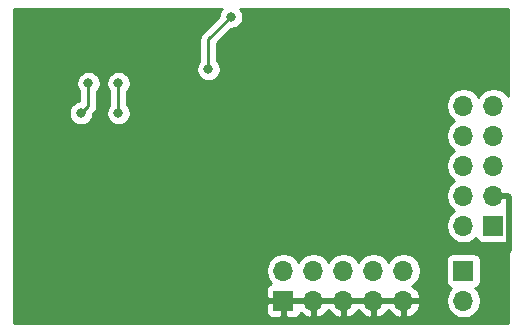
<source format=gbr>
%TF.GenerationSoftware,KiCad,Pcbnew,(5.1.10)-1*%
%TF.CreationDate,2021-11-13T20:11:30+01:00*%
%TF.ProjectId,Muino_debugger,4d75696e-6f5f-4646-9562-75676765722e,rev?*%
%TF.SameCoordinates,Original*%
%TF.FileFunction,Copper,L2,Bot*%
%TF.FilePolarity,Positive*%
%FSLAX46Y46*%
G04 Gerber Fmt 4.6, Leading zero omitted, Abs format (unit mm)*
G04 Created by KiCad (PCBNEW (5.1.10)-1) date 2021-11-13 20:11:30*
%MOMM*%
%LPD*%
G01*
G04 APERTURE LIST*
%TA.AperFunction,ComponentPad*%
%ADD10O,1.700000X1.700000*%
%TD*%
%TA.AperFunction,ComponentPad*%
%ADD11R,1.700000X1.700000*%
%TD*%
%TA.AperFunction,ViaPad*%
%ADD12C,0.800000*%
%TD*%
%TA.AperFunction,Conductor*%
%ADD13C,0.250000*%
%TD*%
%TA.AperFunction,Conductor*%
%ADD14C,0.500000*%
%TD*%
%TA.AperFunction,Conductor*%
%ADD15C,0.254000*%
%TD*%
%TA.AperFunction,Conductor*%
%ADD16C,0.100000*%
%TD*%
G04 APERTURE END LIST*
D10*
%TO.P,J3,2*%
%TO.N,+5VD*%
X125730000Y-86360000D03*
D11*
%TO.P,J3,1*%
%TO.N,Net-(J1-Pad5)*%
X125730000Y-83820000D03*
%TD*%
D10*
%TO.P,J2,10*%
%TO.N,+3V3*%
X120650000Y-83820000D03*
%TO.P,J2,9*%
%TO.N,GND*%
X120650000Y-86360000D03*
%TO.P,J2,8*%
%TO.N,+3V3*%
X118110000Y-83820000D03*
%TO.P,J2,7*%
%TO.N,GND*%
X118110000Y-86360000D03*
%TO.P,J2,6*%
%TO.N,+3V3*%
X115570000Y-83820000D03*
%TO.P,J2,5*%
%TO.N,GND*%
X115570000Y-86360000D03*
%TO.P,J2,4*%
%TO.N,+5VD*%
X113030000Y-83820000D03*
%TO.P,J2,3*%
%TO.N,GND*%
X113030000Y-86360000D03*
%TO.P,J2,2*%
%TO.N,+5VD*%
X110490000Y-83820000D03*
D11*
%TO.P,J2,1*%
%TO.N,GND*%
X110490000Y-86360000D03*
%TD*%
D10*
%TO.P,J1,10*%
%TO.N,nRESET*%
X125730000Y-69850000D03*
%TO.P,J1,9*%
%TO.N,GNDdetect*%
X128270000Y-69850000D03*
%TO.P,J1,8*%
%TO.N,Rx_Programmer*%
X125730000Y-72390000D03*
%TO.P,J1,7*%
%TO.N,Tx_Programmer*%
X128270000Y-72390000D03*
%TO.P,J1,6*%
%TO.N,SWO*%
X125730000Y-74930000D03*
%TO.P,J1,5*%
%TO.N,Net-(J1-Pad5)*%
X128270000Y-74930000D03*
%TO.P,J1,4*%
%TO.N,SWDCLK*%
X125730000Y-77470000D03*
%TO.P,J1,3*%
%TO.N,GND*%
X128270000Y-77470000D03*
%TO.P,J1,2*%
%TO.N,SWDIO*%
X125730000Y-80010000D03*
D11*
%TO.P,J1,1*%
%TO.N,vTref*%
X128270000Y-80010000D03*
%TD*%
D12*
%TO.N,SWDIO*%
X96520000Y-70485000D03*
X96520000Y-67945000D03*
%TO.N,nRESET*%
X106045000Y-62320000D03*
X104140000Y-66760000D03*
%TO.N,GND*%
X112395000Y-75565000D03*
X120487440Y-73375520D03*
X115331240Y-77790040D03*
X104764840Y-74930000D03*
X88198960Y-62865000D03*
X91440000Y-85664040D03*
X99700000Y-86200000D03*
X107700000Y-82080000D03*
%TO.N,SWDCLK*%
X93345000Y-70485000D03*
X93980000Y-67945000D03*
%TD*%
D13*
%TO.N,SWDIO*%
X96520000Y-70485000D02*
X96520000Y-67945000D01*
%TO.N,nRESET*%
X106045000Y-62320000D02*
X104140000Y-64225000D01*
X104140000Y-64225000D02*
X104140000Y-66760000D01*
D14*
%TO.N,GND*%
X129570001Y-77567920D02*
X129570001Y-82029999D01*
X129472081Y-77470000D02*
X129570001Y-77567920D01*
X128270000Y-77470000D02*
X129472081Y-77470000D01*
X129570001Y-82029999D02*
X129400000Y-82200000D01*
D13*
%TO.N,SWDCLK*%
X93980000Y-69850000D02*
X93345000Y-70485000D01*
X93980000Y-67945000D02*
X93980000Y-69850000D01*
%TD*%
D15*
%TO.N,GND*%
X105241063Y-61660226D02*
X105127795Y-61829744D01*
X105049774Y-62018102D01*
X105010000Y-62218061D01*
X105010000Y-62280198D01*
X103629003Y-63661196D01*
X103599999Y-63684999D01*
X103544871Y-63752174D01*
X103505026Y-63800724D01*
X103434455Y-63932753D01*
X103434454Y-63932754D01*
X103390997Y-64076015D01*
X103380000Y-64187668D01*
X103380000Y-64187678D01*
X103376324Y-64225000D01*
X103380000Y-64262323D01*
X103380001Y-66056288D01*
X103336063Y-66100226D01*
X103222795Y-66269744D01*
X103144774Y-66458102D01*
X103105000Y-66658061D01*
X103105000Y-66861939D01*
X103144774Y-67061898D01*
X103222795Y-67250256D01*
X103336063Y-67419774D01*
X103480226Y-67563937D01*
X103649744Y-67677205D01*
X103838102Y-67755226D01*
X104038061Y-67795000D01*
X104241939Y-67795000D01*
X104441898Y-67755226D01*
X104630256Y-67677205D01*
X104799774Y-67563937D01*
X104943937Y-67419774D01*
X105057205Y-67250256D01*
X105135226Y-67061898D01*
X105175000Y-66861939D01*
X105175000Y-66658061D01*
X105135226Y-66458102D01*
X105057205Y-66269744D01*
X104943937Y-66100226D01*
X104900000Y-66056289D01*
X104900000Y-64539801D01*
X106084802Y-63355000D01*
X106146939Y-63355000D01*
X106346898Y-63315226D01*
X106535256Y-63237205D01*
X106704774Y-63123937D01*
X106848937Y-62979774D01*
X106962205Y-62810256D01*
X107040226Y-62621898D01*
X107080000Y-62421939D01*
X107080000Y-62218061D01*
X107040226Y-62018102D01*
X106962205Y-61829744D01*
X106848937Y-61660226D01*
X106833711Y-61645000D01*
X129490613Y-61645000D01*
X129497207Y-69013715D01*
X129423475Y-68903368D01*
X129216632Y-68696525D01*
X128973411Y-68534010D01*
X128703158Y-68422068D01*
X128416260Y-68365000D01*
X128123740Y-68365000D01*
X127836842Y-68422068D01*
X127566589Y-68534010D01*
X127323368Y-68696525D01*
X127116525Y-68903368D01*
X127000000Y-69077760D01*
X126883475Y-68903368D01*
X126676632Y-68696525D01*
X126433411Y-68534010D01*
X126163158Y-68422068D01*
X125876260Y-68365000D01*
X125583740Y-68365000D01*
X125296842Y-68422068D01*
X125026589Y-68534010D01*
X124783368Y-68696525D01*
X124576525Y-68903368D01*
X124414010Y-69146589D01*
X124302068Y-69416842D01*
X124245000Y-69703740D01*
X124245000Y-69996260D01*
X124302068Y-70283158D01*
X124414010Y-70553411D01*
X124576525Y-70796632D01*
X124783368Y-71003475D01*
X124957760Y-71120000D01*
X124783368Y-71236525D01*
X124576525Y-71443368D01*
X124414010Y-71686589D01*
X124302068Y-71956842D01*
X124245000Y-72243740D01*
X124245000Y-72536260D01*
X124302068Y-72823158D01*
X124414010Y-73093411D01*
X124576525Y-73336632D01*
X124783368Y-73543475D01*
X124957760Y-73660000D01*
X124783368Y-73776525D01*
X124576525Y-73983368D01*
X124414010Y-74226589D01*
X124302068Y-74496842D01*
X124245000Y-74783740D01*
X124245000Y-75076260D01*
X124302068Y-75363158D01*
X124414010Y-75633411D01*
X124576525Y-75876632D01*
X124783368Y-76083475D01*
X124957760Y-76200000D01*
X124783368Y-76316525D01*
X124576525Y-76523368D01*
X124414010Y-76766589D01*
X124302068Y-77036842D01*
X124245000Y-77323740D01*
X124245000Y-77616260D01*
X124302068Y-77903158D01*
X124414010Y-78173411D01*
X124576525Y-78416632D01*
X124783368Y-78623475D01*
X124957760Y-78740000D01*
X124783368Y-78856525D01*
X124576525Y-79063368D01*
X124414010Y-79306589D01*
X124302068Y-79576842D01*
X124245000Y-79863740D01*
X124245000Y-80156260D01*
X124302068Y-80443158D01*
X124414010Y-80713411D01*
X124576525Y-80956632D01*
X124783368Y-81163475D01*
X125026589Y-81325990D01*
X125296842Y-81437932D01*
X125583740Y-81495000D01*
X125876260Y-81495000D01*
X126163158Y-81437932D01*
X126433411Y-81325990D01*
X126676632Y-81163475D01*
X126808487Y-81031620D01*
X126830498Y-81104180D01*
X126889463Y-81214494D01*
X126968815Y-81311185D01*
X127065506Y-81390537D01*
X127175820Y-81449502D01*
X127295518Y-81485812D01*
X127420000Y-81498072D01*
X129120000Y-81498072D01*
X129244482Y-81485812D01*
X129364180Y-81449502D01*
X129474494Y-81390537D01*
X129508256Y-81362829D01*
X129514387Y-88215000D01*
X87680000Y-88215000D01*
X87680000Y-87210000D01*
X109001928Y-87210000D01*
X109014188Y-87334482D01*
X109050498Y-87454180D01*
X109109463Y-87564494D01*
X109188815Y-87661185D01*
X109285506Y-87740537D01*
X109395820Y-87799502D01*
X109515518Y-87835812D01*
X109640000Y-87848072D01*
X110204250Y-87845000D01*
X110363000Y-87686250D01*
X110363000Y-86487000D01*
X110617000Y-86487000D01*
X110617000Y-87686250D01*
X110775750Y-87845000D01*
X111340000Y-87848072D01*
X111464482Y-87835812D01*
X111584180Y-87799502D01*
X111694494Y-87740537D01*
X111791185Y-87661185D01*
X111870537Y-87564494D01*
X111929502Y-87454180D01*
X111953966Y-87373534D01*
X112029731Y-87457588D01*
X112263080Y-87631641D01*
X112525901Y-87756825D01*
X112673110Y-87801476D01*
X112903000Y-87680155D01*
X112903000Y-86487000D01*
X113157000Y-86487000D01*
X113157000Y-87680155D01*
X113386890Y-87801476D01*
X113534099Y-87756825D01*
X113796920Y-87631641D01*
X114030269Y-87457588D01*
X114225178Y-87241355D01*
X114300000Y-87115745D01*
X114374822Y-87241355D01*
X114569731Y-87457588D01*
X114803080Y-87631641D01*
X115065901Y-87756825D01*
X115213110Y-87801476D01*
X115443000Y-87680155D01*
X115443000Y-86487000D01*
X115697000Y-86487000D01*
X115697000Y-87680155D01*
X115926890Y-87801476D01*
X116074099Y-87756825D01*
X116336920Y-87631641D01*
X116570269Y-87457588D01*
X116765178Y-87241355D01*
X116840000Y-87115745D01*
X116914822Y-87241355D01*
X117109731Y-87457588D01*
X117343080Y-87631641D01*
X117605901Y-87756825D01*
X117753110Y-87801476D01*
X117983000Y-87680155D01*
X117983000Y-86487000D01*
X118237000Y-86487000D01*
X118237000Y-87680155D01*
X118466890Y-87801476D01*
X118614099Y-87756825D01*
X118876920Y-87631641D01*
X119110269Y-87457588D01*
X119305178Y-87241355D01*
X119380000Y-87115745D01*
X119454822Y-87241355D01*
X119649731Y-87457588D01*
X119883080Y-87631641D01*
X120145901Y-87756825D01*
X120293110Y-87801476D01*
X120523000Y-87680155D01*
X120523000Y-86487000D01*
X120777000Y-86487000D01*
X120777000Y-87680155D01*
X121006890Y-87801476D01*
X121154099Y-87756825D01*
X121416920Y-87631641D01*
X121650269Y-87457588D01*
X121845178Y-87241355D01*
X121994157Y-86991252D01*
X122091481Y-86716891D01*
X121970814Y-86487000D01*
X120777000Y-86487000D01*
X120523000Y-86487000D01*
X118237000Y-86487000D01*
X117983000Y-86487000D01*
X115697000Y-86487000D01*
X115443000Y-86487000D01*
X113157000Y-86487000D01*
X112903000Y-86487000D01*
X110617000Y-86487000D01*
X110363000Y-86487000D01*
X109163750Y-86487000D01*
X109005000Y-86645750D01*
X109001928Y-87210000D01*
X87680000Y-87210000D01*
X87680000Y-85510000D01*
X109001928Y-85510000D01*
X109005000Y-86074250D01*
X109163750Y-86233000D01*
X110363000Y-86233000D01*
X110363000Y-86213000D01*
X110617000Y-86213000D01*
X110617000Y-86233000D01*
X112903000Y-86233000D01*
X112903000Y-86213000D01*
X113157000Y-86213000D01*
X113157000Y-86233000D01*
X115443000Y-86233000D01*
X115443000Y-86213000D01*
X115697000Y-86213000D01*
X115697000Y-86233000D01*
X117983000Y-86233000D01*
X117983000Y-86213000D01*
X118237000Y-86213000D01*
X118237000Y-86233000D01*
X120523000Y-86233000D01*
X120523000Y-86213000D01*
X120777000Y-86213000D01*
X120777000Y-86233000D01*
X121970814Y-86233000D01*
X122091481Y-86003109D01*
X121994157Y-85728748D01*
X121845178Y-85478645D01*
X121650269Y-85262412D01*
X121420594Y-85091100D01*
X121596632Y-84973475D01*
X121803475Y-84766632D01*
X121965990Y-84523411D01*
X122077932Y-84253158D01*
X122135000Y-83966260D01*
X122135000Y-83673740D01*
X122077932Y-83386842D01*
X121965990Y-83116589D01*
X121868043Y-82970000D01*
X124241928Y-82970000D01*
X124241928Y-84670000D01*
X124254188Y-84794482D01*
X124290498Y-84914180D01*
X124349463Y-85024494D01*
X124428815Y-85121185D01*
X124525506Y-85200537D01*
X124635820Y-85259502D01*
X124708380Y-85281513D01*
X124576525Y-85413368D01*
X124414010Y-85656589D01*
X124302068Y-85926842D01*
X124245000Y-86213740D01*
X124245000Y-86506260D01*
X124302068Y-86793158D01*
X124414010Y-87063411D01*
X124576525Y-87306632D01*
X124783368Y-87513475D01*
X125026589Y-87675990D01*
X125296842Y-87787932D01*
X125583740Y-87845000D01*
X125876260Y-87845000D01*
X126163158Y-87787932D01*
X126433411Y-87675990D01*
X126676632Y-87513475D01*
X126883475Y-87306632D01*
X127045990Y-87063411D01*
X127157932Y-86793158D01*
X127215000Y-86506260D01*
X127215000Y-86213740D01*
X127157932Y-85926842D01*
X127045990Y-85656589D01*
X126883475Y-85413368D01*
X126751620Y-85281513D01*
X126824180Y-85259502D01*
X126934494Y-85200537D01*
X127031185Y-85121185D01*
X127110537Y-85024494D01*
X127169502Y-84914180D01*
X127205812Y-84794482D01*
X127218072Y-84670000D01*
X127218072Y-82970000D01*
X127205812Y-82845518D01*
X127169502Y-82725820D01*
X127110537Y-82615506D01*
X127031185Y-82518815D01*
X126934494Y-82439463D01*
X126824180Y-82380498D01*
X126704482Y-82344188D01*
X126580000Y-82331928D01*
X124880000Y-82331928D01*
X124755518Y-82344188D01*
X124635820Y-82380498D01*
X124525506Y-82439463D01*
X124428815Y-82518815D01*
X124349463Y-82615506D01*
X124290498Y-82725820D01*
X124254188Y-82845518D01*
X124241928Y-82970000D01*
X121868043Y-82970000D01*
X121803475Y-82873368D01*
X121596632Y-82666525D01*
X121353411Y-82504010D01*
X121083158Y-82392068D01*
X120796260Y-82335000D01*
X120503740Y-82335000D01*
X120216842Y-82392068D01*
X119946589Y-82504010D01*
X119703368Y-82666525D01*
X119496525Y-82873368D01*
X119380000Y-83047760D01*
X119263475Y-82873368D01*
X119056632Y-82666525D01*
X118813411Y-82504010D01*
X118543158Y-82392068D01*
X118256260Y-82335000D01*
X117963740Y-82335000D01*
X117676842Y-82392068D01*
X117406589Y-82504010D01*
X117163368Y-82666525D01*
X116956525Y-82873368D01*
X116840000Y-83047760D01*
X116723475Y-82873368D01*
X116516632Y-82666525D01*
X116273411Y-82504010D01*
X116003158Y-82392068D01*
X115716260Y-82335000D01*
X115423740Y-82335000D01*
X115136842Y-82392068D01*
X114866589Y-82504010D01*
X114623368Y-82666525D01*
X114416525Y-82873368D01*
X114300000Y-83047760D01*
X114183475Y-82873368D01*
X113976632Y-82666525D01*
X113733411Y-82504010D01*
X113463158Y-82392068D01*
X113176260Y-82335000D01*
X112883740Y-82335000D01*
X112596842Y-82392068D01*
X112326589Y-82504010D01*
X112083368Y-82666525D01*
X111876525Y-82873368D01*
X111760000Y-83047760D01*
X111643475Y-82873368D01*
X111436632Y-82666525D01*
X111193411Y-82504010D01*
X110923158Y-82392068D01*
X110636260Y-82335000D01*
X110343740Y-82335000D01*
X110056842Y-82392068D01*
X109786589Y-82504010D01*
X109543368Y-82666525D01*
X109336525Y-82873368D01*
X109174010Y-83116589D01*
X109062068Y-83386842D01*
X109005000Y-83673740D01*
X109005000Y-83966260D01*
X109062068Y-84253158D01*
X109174010Y-84523411D01*
X109336525Y-84766632D01*
X109468380Y-84898487D01*
X109395820Y-84920498D01*
X109285506Y-84979463D01*
X109188815Y-85058815D01*
X109109463Y-85155506D01*
X109050498Y-85265820D01*
X109014188Y-85385518D01*
X109001928Y-85510000D01*
X87680000Y-85510000D01*
X87680000Y-70383061D01*
X92310000Y-70383061D01*
X92310000Y-70586939D01*
X92349774Y-70786898D01*
X92427795Y-70975256D01*
X92541063Y-71144774D01*
X92685226Y-71288937D01*
X92854744Y-71402205D01*
X93043102Y-71480226D01*
X93243061Y-71520000D01*
X93446939Y-71520000D01*
X93646898Y-71480226D01*
X93835256Y-71402205D01*
X94004774Y-71288937D01*
X94148937Y-71144774D01*
X94262205Y-70975256D01*
X94340226Y-70786898D01*
X94380000Y-70586939D01*
X94380000Y-70524802D01*
X94491002Y-70413800D01*
X94520001Y-70390001D01*
X94614974Y-70274276D01*
X94685546Y-70142247D01*
X94729003Y-69998986D01*
X94740000Y-69887333D01*
X94743677Y-69850000D01*
X94740000Y-69812667D01*
X94740000Y-68648711D01*
X94783937Y-68604774D01*
X94897205Y-68435256D01*
X94975226Y-68246898D01*
X95015000Y-68046939D01*
X95015000Y-67843061D01*
X95485000Y-67843061D01*
X95485000Y-68046939D01*
X95524774Y-68246898D01*
X95602795Y-68435256D01*
X95716063Y-68604774D01*
X95760001Y-68648712D01*
X95760000Y-69781289D01*
X95716063Y-69825226D01*
X95602795Y-69994744D01*
X95524774Y-70183102D01*
X95485000Y-70383061D01*
X95485000Y-70586939D01*
X95524774Y-70786898D01*
X95602795Y-70975256D01*
X95716063Y-71144774D01*
X95860226Y-71288937D01*
X96029744Y-71402205D01*
X96218102Y-71480226D01*
X96418061Y-71520000D01*
X96621939Y-71520000D01*
X96821898Y-71480226D01*
X97010256Y-71402205D01*
X97179774Y-71288937D01*
X97323937Y-71144774D01*
X97437205Y-70975256D01*
X97515226Y-70786898D01*
X97555000Y-70586939D01*
X97555000Y-70383061D01*
X97515226Y-70183102D01*
X97437205Y-69994744D01*
X97323937Y-69825226D01*
X97280000Y-69781289D01*
X97280000Y-68648711D01*
X97323937Y-68604774D01*
X97437205Y-68435256D01*
X97515226Y-68246898D01*
X97555000Y-68046939D01*
X97555000Y-67843061D01*
X97515226Y-67643102D01*
X97437205Y-67454744D01*
X97323937Y-67285226D01*
X97179774Y-67141063D01*
X97010256Y-67027795D01*
X96821898Y-66949774D01*
X96621939Y-66910000D01*
X96418061Y-66910000D01*
X96218102Y-66949774D01*
X96029744Y-67027795D01*
X95860226Y-67141063D01*
X95716063Y-67285226D01*
X95602795Y-67454744D01*
X95524774Y-67643102D01*
X95485000Y-67843061D01*
X95015000Y-67843061D01*
X94975226Y-67643102D01*
X94897205Y-67454744D01*
X94783937Y-67285226D01*
X94639774Y-67141063D01*
X94470256Y-67027795D01*
X94281898Y-66949774D01*
X94081939Y-66910000D01*
X93878061Y-66910000D01*
X93678102Y-66949774D01*
X93489744Y-67027795D01*
X93320226Y-67141063D01*
X93176063Y-67285226D01*
X93062795Y-67454744D01*
X92984774Y-67643102D01*
X92945000Y-67843061D01*
X92945000Y-68046939D01*
X92984774Y-68246898D01*
X93062795Y-68435256D01*
X93176063Y-68604774D01*
X93220000Y-68648711D01*
X93220001Y-69454587D01*
X93043102Y-69489774D01*
X92854744Y-69567795D01*
X92685226Y-69681063D01*
X92541063Y-69825226D01*
X92427795Y-69994744D01*
X92349774Y-70183102D01*
X92310000Y-70383061D01*
X87680000Y-70383061D01*
X87680000Y-61645000D01*
X105256289Y-61645000D01*
X105241063Y-61660226D01*
%TA.AperFunction,Conductor*%
D16*
G36*
X105241063Y-61660226D02*
G01*
X105127795Y-61829744D01*
X105049774Y-62018102D01*
X105010000Y-62218061D01*
X105010000Y-62280198D01*
X103629003Y-63661196D01*
X103599999Y-63684999D01*
X103544871Y-63752174D01*
X103505026Y-63800724D01*
X103434455Y-63932753D01*
X103434454Y-63932754D01*
X103390997Y-64076015D01*
X103380000Y-64187668D01*
X103380000Y-64187678D01*
X103376324Y-64225000D01*
X103380000Y-64262323D01*
X103380001Y-66056288D01*
X103336063Y-66100226D01*
X103222795Y-66269744D01*
X103144774Y-66458102D01*
X103105000Y-66658061D01*
X103105000Y-66861939D01*
X103144774Y-67061898D01*
X103222795Y-67250256D01*
X103336063Y-67419774D01*
X103480226Y-67563937D01*
X103649744Y-67677205D01*
X103838102Y-67755226D01*
X104038061Y-67795000D01*
X104241939Y-67795000D01*
X104441898Y-67755226D01*
X104630256Y-67677205D01*
X104799774Y-67563937D01*
X104943937Y-67419774D01*
X105057205Y-67250256D01*
X105135226Y-67061898D01*
X105175000Y-66861939D01*
X105175000Y-66658061D01*
X105135226Y-66458102D01*
X105057205Y-66269744D01*
X104943937Y-66100226D01*
X104900000Y-66056289D01*
X104900000Y-64539801D01*
X106084802Y-63355000D01*
X106146939Y-63355000D01*
X106346898Y-63315226D01*
X106535256Y-63237205D01*
X106704774Y-63123937D01*
X106848937Y-62979774D01*
X106962205Y-62810256D01*
X107040226Y-62621898D01*
X107080000Y-62421939D01*
X107080000Y-62218061D01*
X107040226Y-62018102D01*
X106962205Y-61829744D01*
X106848937Y-61660226D01*
X106833711Y-61645000D01*
X129490613Y-61645000D01*
X129497207Y-69013715D01*
X129423475Y-68903368D01*
X129216632Y-68696525D01*
X128973411Y-68534010D01*
X128703158Y-68422068D01*
X128416260Y-68365000D01*
X128123740Y-68365000D01*
X127836842Y-68422068D01*
X127566589Y-68534010D01*
X127323368Y-68696525D01*
X127116525Y-68903368D01*
X127000000Y-69077760D01*
X126883475Y-68903368D01*
X126676632Y-68696525D01*
X126433411Y-68534010D01*
X126163158Y-68422068D01*
X125876260Y-68365000D01*
X125583740Y-68365000D01*
X125296842Y-68422068D01*
X125026589Y-68534010D01*
X124783368Y-68696525D01*
X124576525Y-68903368D01*
X124414010Y-69146589D01*
X124302068Y-69416842D01*
X124245000Y-69703740D01*
X124245000Y-69996260D01*
X124302068Y-70283158D01*
X124414010Y-70553411D01*
X124576525Y-70796632D01*
X124783368Y-71003475D01*
X124957760Y-71120000D01*
X124783368Y-71236525D01*
X124576525Y-71443368D01*
X124414010Y-71686589D01*
X124302068Y-71956842D01*
X124245000Y-72243740D01*
X124245000Y-72536260D01*
X124302068Y-72823158D01*
X124414010Y-73093411D01*
X124576525Y-73336632D01*
X124783368Y-73543475D01*
X124957760Y-73660000D01*
X124783368Y-73776525D01*
X124576525Y-73983368D01*
X124414010Y-74226589D01*
X124302068Y-74496842D01*
X124245000Y-74783740D01*
X124245000Y-75076260D01*
X124302068Y-75363158D01*
X124414010Y-75633411D01*
X124576525Y-75876632D01*
X124783368Y-76083475D01*
X124957760Y-76200000D01*
X124783368Y-76316525D01*
X124576525Y-76523368D01*
X124414010Y-76766589D01*
X124302068Y-77036842D01*
X124245000Y-77323740D01*
X124245000Y-77616260D01*
X124302068Y-77903158D01*
X124414010Y-78173411D01*
X124576525Y-78416632D01*
X124783368Y-78623475D01*
X124957760Y-78740000D01*
X124783368Y-78856525D01*
X124576525Y-79063368D01*
X124414010Y-79306589D01*
X124302068Y-79576842D01*
X124245000Y-79863740D01*
X124245000Y-80156260D01*
X124302068Y-80443158D01*
X124414010Y-80713411D01*
X124576525Y-80956632D01*
X124783368Y-81163475D01*
X125026589Y-81325990D01*
X125296842Y-81437932D01*
X125583740Y-81495000D01*
X125876260Y-81495000D01*
X126163158Y-81437932D01*
X126433411Y-81325990D01*
X126676632Y-81163475D01*
X126808487Y-81031620D01*
X126830498Y-81104180D01*
X126889463Y-81214494D01*
X126968815Y-81311185D01*
X127065506Y-81390537D01*
X127175820Y-81449502D01*
X127295518Y-81485812D01*
X127420000Y-81498072D01*
X129120000Y-81498072D01*
X129244482Y-81485812D01*
X129364180Y-81449502D01*
X129474494Y-81390537D01*
X129508256Y-81362829D01*
X129514387Y-88215000D01*
X87680000Y-88215000D01*
X87680000Y-87210000D01*
X109001928Y-87210000D01*
X109014188Y-87334482D01*
X109050498Y-87454180D01*
X109109463Y-87564494D01*
X109188815Y-87661185D01*
X109285506Y-87740537D01*
X109395820Y-87799502D01*
X109515518Y-87835812D01*
X109640000Y-87848072D01*
X110204250Y-87845000D01*
X110363000Y-87686250D01*
X110363000Y-86487000D01*
X110617000Y-86487000D01*
X110617000Y-87686250D01*
X110775750Y-87845000D01*
X111340000Y-87848072D01*
X111464482Y-87835812D01*
X111584180Y-87799502D01*
X111694494Y-87740537D01*
X111791185Y-87661185D01*
X111870537Y-87564494D01*
X111929502Y-87454180D01*
X111953966Y-87373534D01*
X112029731Y-87457588D01*
X112263080Y-87631641D01*
X112525901Y-87756825D01*
X112673110Y-87801476D01*
X112903000Y-87680155D01*
X112903000Y-86487000D01*
X113157000Y-86487000D01*
X113157000Y-87680155D01*
X113386890Y-87801476D01*
X113534099Y-87756825D01*
X113796920Y-87631641D01*
X114030269Y-87457588D01*
X114225178Y-87241355D01*
X114300000Y-87115745D01*
X114374822Y-87241355D01*
X114569731Y-87457588D01*
X114803080Y-87631641D01*
X115065901Y-87756825D01*
X115213110Y-87801476D01*
X115443000Y-87680155D01*
X115443000Y-86487000D01*
X115697000Y-86487000D01*
X115697000Y-87680155D01*
X115926890Y-87801476D01*
X116074099Y-87756825D01*
X116336920Y-87631641D01*
X116570269Y-87457588D01*
X116765178Y-87241355D01*
X116840000Y-87115745D01*
X116914822Y-87241355D01*
X117109731Y-87457588D01*
X117343080Y-87631641D01*
X117605901Y-87756825D01*
X117753110Y-87801476D01*
X117983000Y-87680155D01*
X117983000Y-86487000D01*
X118237000Y-86487000D01*
X118237000Y-87680155D01*
X118466890Y-87801476D01*
X118614099Y-87756825D01*
X118876920Y-87631641D01*
X119110269Y-87457588D01*
X119305178Y-87241355D01*
X119380000Y-87115745D01*
X119454822Y-87241355D01*
X119649731Y-87457588D01*
X119883080Y-87631641D01*
X120145901Y-87756825D01*
X120293110Y-87801476D01*
X120523000Y-87680155D01*
X120523000Y-86487000D01*
X120777000Y-86487000D01*
X120777000Y-87680155D01*
X121006890Y-87801476D01*
X121154099Y-87756825D01*
X121416920Y-87631641D01*
X121650269Y-87457588D01*
X121845178Y-87241355D01*
X121994157Y-86991252D01*
X122091481Y-86716891D01*
X121970814Y-86487000D01*
X120777000Y-86487000D01*
X120523000Y-86487000D01*
X118237000Y-86487000D01*
X117983000Y-86487000D01*
X115697000Y-86487000D01*
X115443000Y-86487000D01*
X113157000Y-86487000D01*
X112903000Y-86487000D01*
X110617000Y-86487000D01*
X110363000Y-86487000D01*
X109163750Y-86487000D01*
X109005000Y-86645750D01*
X109001928Y-87210000D01*
X87680000Y-87210000D01*
X87680000Y-85510000D01*
X109001928Y-85510000D01*
X109005000Y-86074250D01*
X109163750Y-86233000D01*
X110363000Y-86233000D01*
X110363000Y-86213000D01*
X110617000Y-86213000D01*
X110617000Y-86233000D01*
X112903000Y-86233000D01*
X112903000Y-86213000D01*
X113157000Y-86213000D01*
X113157000Y-86233000D01*
X115443000Y-86233000D01*
X115443000Y-86213000D01*
X115697000Y-86213000D01*
X115697000Y-86233000D01*
X117983000Y-86233000D01*
X117983000Y-86213000D01*
X118237000Y-86213000D01*
X118237000Y-86233000D01*
X120523000Y-86233000D01*
X120523000Y-86213000D01*
X120777000Y-86213000D01*
X120777000Y-86233000D01*
X121970814Y-86233000D01*
X122091481Y-86003109D01*
X121994157Y-85728748D01*
X121845178Y-85478645D01*
X121650269Y-85262412D01*
X121420594Y-85091100D01*
X121596632Y-84973475D01*
X121803475Y-84766632D01*
X121965990Y-84523411D01*
X122077932Y-84253158D01*
X122135000Y-83966260D01*
X122135000Y-83673740D01*
X122077932Y-83386842D01*
X121965990Y-83116589D01*
X121868043Y-82970000D01*
X124241928Y-82970000D01*
X124241928Y-84670000D01*
X124254188Y-84794482D01*
X124290498Y-84914180D01*
X124349463Y-85024494D01*
X124428815Y-85121185D01*
X124525506Y-85200537D01*
X124635820Y-85259502D01*
X124708380Y-85281513D01*
X124576525Y-85413368D01*
X124414010Y-85656589D01*
X124302068Y-85926842D01*
X124245000Y-86213740D01*
X124245000Y-86506260D01*
X124302068Y-86793158D01*
X124414010Y-87063411D01*
X124576525Y-87306632D01*
X124783368Y-87513475D01*
X125026589Y-87675990D01*
X125296842Y-87787932D01*
X125583740Y-87845000D01*
X125876260Y-87845000D01*
X126163158Y-87787932D01*
X126433411Y-87675990D01*
X126676632Y-87513475D01*
X126883475Y-87306632D01*
X127045990Y-87063411D01*
X127157932Y-86793158D01*
X127215000Y-86506260D01*
X127215000Y-86213740D01*
X127157932Y-85926842D01*
X127045990Y-85656589D01*
X126883475Y-85413368D01*
X126751620Y-85281513D01*
X126824180Y-85259502D01*
X126934494Y-85200537D01*
X127031185Y-85121185D01*
X127110537Y-85024494D01*
X127169502Y-84914180D01*
X127205812Y-84794482D01*
X127218072Y-84670000D01*
X127218072Y-82970000D01*
X127205812Y-82845518D01*
X127169502Y-82725820D01*
X127110537Y-82615506D01*
X127031185Y-82518815D01*
X126934494Y-82439463D01*
X126824180Y-82380498D01*
X126704482Y-82344188D01*
X126580000Y-82331928D01*
X124880000Y-82331928D01*
X124755518Y-82344188D01*
X124635820Y-82380498D01*
X124525506Y-82439463D01*
X124428815Y-82518815D01*
X124349463Y-82615506D01*
X124290498Y-82725820D01*
X124254188Y-82845518D01*
X124241928Y-82970000D01*
X121868043Y-82970000D01*
X121803475Y-82873368D01*
X121596632Y-82666525D01*
X121353411Y-82504010D01*
X121083158Y-82392068D01*
X120796260Y-82335000D01*
X120503740Y-82335000D01*
X120216842Y-82392068D01*
X119946589Y-82504010D01*
X119703368Y-82666525D01*
X119496525Y-82873368D01*
X119380000Y-83047760D01*
X119263475Y-82873368D01*
X119056632Y-82666525D01*
X118813411Y-82504010D01*
X118543158Y-82392068D01*
X118256260Y-82335000D01*
X117963740Y-82335000D01*
X117676842Y-82392068D01*
X117406589Y-82504010D01*
X117163368Y-82666525D01*
X116956525Y-82873368D01*
X116840000Y-83047760D01*
X116723475Y-82873368D01*
X116516632Y-82666525D01*
X116273411Y-82504010D01*
X116003158Y-82392068D01*
X115716260Y-82335000D01*
X115423740Y-82335000D01*
X115136842Y-82392068D01*
X114866589Y-82504010D01*
X114623368Y-82666525D01*
X114416525Y-82873368D01*
X114300000Y-83047760D01*
X114183475Y-82873368D01*
X113976632Y-82666525D01*
X113733411Y-82504010D01*
X113463158Y-82392068D01*
X113176260Y-82335000D01*
X112883740Y-82335000D01*
X112596842Y-82392068D01*
X112326589Y-82504010D01*
X112083368Y-82666525D01*
X111876525Y-82873368D01*
X111760000Y-83047760D01*
X111643475Y-82873368D01*
X111436632Y-82666525D01*
X111193411Y-82504010D01*
X110923158Y-82392068D01*
X110636260Y-82335000D01*
X110343740Y-82335000D01*
X110056842Y-82392068D01*
X109786589Y-82504010D01*
X109543368Y-82666525D01*
X109336525Y-82873368D01*
X109174010Y-83116589D01*
X109062068Y-83386842D01*
X109005000Y-83673740D01*
X109005000Y-83966260D01*
X109062068Y-84253158D01*
X109174010Y-84523411D01*
X109336525Y-84766632D01*
X109468380Y-84898487D01*
X109395820Y-84920498D01*
X109285506Y-84979463D01*
X109188815Y-85058815D01*
X109109463Y-85155506D01*
X109050498Y-85265820D01*
X109014188Y-85385518D01*
X109001928Y-85510000D01*
X87680000Y-85510000D01*
X87680000Y-70383061D01*
X92310000Y-70383061D01*
X92310000Y-70586939D01*
X92349774Y-70786898D01*
X92427795Y-70975256D01*
X92541063Y-71144774D01*
X92685226Y-71288937D01*
X92854744Y-71402205D01*
X93043102Y-71480226D01*
X93243061Y-71520000D01*
X93446939Y-71520000D01*
X93646898Y-71480226D01*
X93835256Y-71402205D01*
X94004774Y-71288937D01*
X94148937Y-71144774D01*
X94262205Y-70975256D01*
X94340226Y-70786898D01*
X94380000Y-70586939D01*
X94380000Y-70524802D01*
X94491002Y-70413800D01*
X94520001Y-70390001D01*
X94614974Y-70274276D01*
X94685546Y-70142247D01*
X94729003Y-69998986D01*
X94740000Y-69887333D01*
X94743677Y-69850000D01*
X94740000Y-69812667D01*
X94740000Y-68648711D01*
X94783937Y-68604774D01*
X94897205Y-68435256D01*
X94975226Y-68246898D01*
X95015000Y-68046939D01*
X95015000Y-67843061D01*
X95485000Y-67843061D01*
X95485000Y-68046939D01*
X95524774Y-68246898D01*
X95602795Y-68435256D01*
X95716063Y-68604774D01*
X95760001Y-68648712D01*
X95760000Y-69781289D01*
X95716063Y-69825226D01*
X95602795Y-69994744D01*
X95524774Y-70183102D01*
X95485000Y-70383061D01*
X95485000Y-70586939D01*
X95524774Y-70786898D01*
X95602795Y-70975256D01*
X95716063Y-71144774D01*
X95860226Y-71288937D01*
X96029744Y-71402205D01*
X96218102Y-71480226D01*
X96418061Y-71520000D01*
X96621939Y-71520000D01*
X96821898Y-71480226D01*
X97010256Y-71402205D01*
X97179774Y-71288937D01*
X97323937Y-71144774D01*
X97437205Y-70975256D01*
X97515226Y-70786898D01*
X97555000Y-70586939D01*
X97555000Y-70383061D01*
X97515226Y-70183102D01*
X97437205Y-69994744D01*
X97323937Y-69825226D01*
X97280000Y-69781289D01*
X97280000Y-68648711D01*
X97323937Y-68604774D01*
X97437205Y-68435256D01*
X97515226Y-68246898D01*
X97555000Y-68046939D01*
X97555000Y-67843061D01*
X97515226Y-67643102D01*
X97437205Y-67454744D01*
X97323937Y-67285226D01*
X97179774Y-67141063D01*
X97010256Y-67027795D01*
X96821898Y-66949774D01*
X96621939Y-66910000D01*
X96418061Y-66910000D01*
X96218102Y-66949774D01*
X96029744Y-67027795D01*
X95860226Y-67141063D01*
X95716063Y-67285226D01*
X95602795Y-67454744D01*
X95524774Y-67643102D01*
X95485000Y-67843061D01*
X95015000Y-67843061D01*
X94975226Y-67643102D01*
X94897205Y-67454744D01*
X94783937Y-67285226D01*
X94639774Y-67141063D01*
X94470256Y-67027795D01*
X94281898Y-66949774D01*
X94081939Y-66910000D01*
X93878061Y-66910000D01*
X93678102Y-66949774D01*
X93489744Y-67027795D01*
X93320226Y-67141063D01*
X93176063Y-67285226D01*
X93062795Y-67454744D01*
X92984774Y-67643102D01*
X92945000Y-67843061D01*
X92945000Y-68046939D01*
X92984774Y-68246898D01*
X93062795Y-68435256D01*
X93176063Y-68604774D01*
X93220000Y-68648711D01*
X93220001Y-69454587D01*
X93043102Y-69489774D01*
X92854744Y-69567795D01*
X92685226Y-69681063D01*
X92541063Y-69825226D01*
X92427795Y-69994744D01*
X92349774Y-70183102D01*
X92310000Y-70383061D01*
X87680000Y-70383061D01*
X87680000Y-61645000D01*
X105256289Y-61645000D01*
X105241063Y-61660226D01*
G37*
%TD.AperFunction*%
D15*
X128397000Y-77343000D02*
X128417000Y-77343000D01*
X128417000Y-77597000D01*
X128397000Y-77597000D01*
X128397000Y-77617000D01*
X128143000Y-77617000D01*
X128143000Y-77597000D01*
X128123000Y-77597000D01*
X128123000Y-77343000D01*
X128143000Y-77343000D01*
X128143000Y-77323000D01*
X128397000Y-77323000D01*
X128397000Y-77343000D01*
%TA.AperFunction,Conductor*%
D16*
G36*
X128397000Y-77343000D02*
G01*
X128417000Y-77343000D01*
X128417000Y-77597000D01*
X128397000Y-77597000D01*
X128397000Y-77617000D01*
X128143000Y-77617000D01*
X128143000Y-77597000D01*
X128123000Y-77597000D01*
X128123000Y-77343000D01*
X128143000Y-77343000D01*
X128143000Y-77323000D01*
X128397000Y-77323000D01*
X128397000Y-77343000D01*
G37*
%TD.AperFunction*%
%TD*%
M02*

</source>
